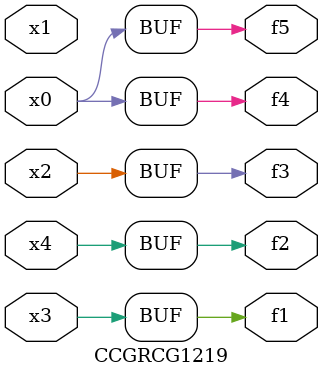
<source format=v>
module CCGRCG1219(
	input x0, x1, x2, x3, x4,
	output f1, f2, f3, f4, f5
);
	assign f1 = x3;
	assign f2 = x4;
	assign f3 = x2;
	assign f4 = x0;
	assign f5 = x0;
endmodule

</source>
